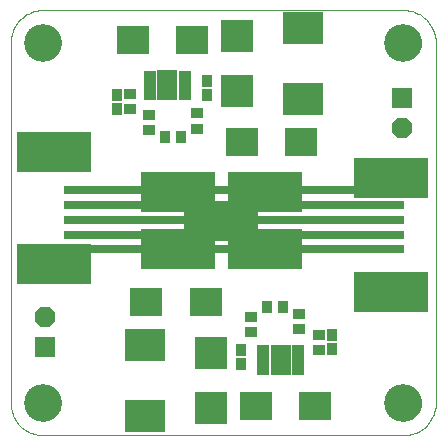
<source format=gts>
G75*
%MOIN*%
%OFA0B0*%
%FSLAX24Y24*%
%IPPOS*%
%LPD*%
%AMOC8*
5,1,8,0,0,1.08239X$1,22.5*
%
%ADD10C,0.0000*%
%ADD11C,0.1261*%
%ADD12R,0.2510X0.1378*%
%ADD13R,1.1319X0.0295*%
%ADD14R,0.0390X0.0200*%
%ADD15R,0.0690X0.1020*%
%ADD16R,0.0356X0.0434*%
%ADD17R,0.0434X0.0356*%
%ADD18R,0.1360X0.1064*%
%ADD19R,0.1080X0.1080*%
%ADD20R,0.0371X0.0444*%
%ADD21R,0.1104X0.0946*%
%ADD22R,0.0680X0.0680*%
%ADD23OC8,0.0680*%
D10*
X005626Y001648D02*
X005626Y013656D01*
X006118Y013656D02*
X006120Y013704D01*
X006126Y013752D01*
X006136Y013799D01*
X006149Y013845D01*
X006167Y013890D01*
X006187Y013934D01*
X006212Y013976D01*
X006240Y014015D01*
X006270Y014052D01*
X006304Y014086D01*
X006341Y014118D01*
X006379Y014147D01*
X006420Y014172D01*
X006463Y014194D01*
X006508Y014212D01*
X006554Y014226D01*
X006601Y014237D01*
X006649Y014244D01*
X006697Y014247D01*
X006745Y014246D01*
X006793Y014241D01*
X006841Y014232D01*
X006887Y014220D01*
X006932Y014203D01*
X006976Y014183D01*
X007018Y014160D01*
X007058Y014133D01*
X007096Y014103D01*
X007131Y014070D01*
X007163Y014034D01*
X007193Y013996D01*
X007219Y013955D01*
X007241Y013912D01*
X007261Y013868D01*
X007276Y013823D01*
X007288Y013776D01*
X007296Y013728D01*
X007300Y013680D01*
X007300Y013632D01*
X007296Y013584D01*
X007288Y013536D01*
X007276Y013489D01*
X007261Y013444D01*
X007241Y013400D01*
X007219Y013357D01*
X007193Y013316D01*
X007163Y013278D01*
X007131Y013242D01*
X007096Y013209D01*
X007058Y013179D01*
X007018Y013152D01*
X006976Y013129D01*
X006932Y013109D01*
X006887Y013092D01*
X006841Y013080D01*
X006793Y013071D01*
X006745Y013066D01*
X006697Y013065D01*
X006649Y013068D01*
X006601Y013075D01*
X006554Y013086D01*
X006508Y013100D01*
X006463Y013118D01*
X006420Y013140D01*
X006379Y013165D01*
X006341Y013194D01*
X006304Y013226D01*
X006270Y013260D01*
X006240Y013297D01*
X006212Y013336D01*
X006187Y013378D01*
X006167Y013422D01*
X006149Y013467D01*
X006136Y013513D01*
X006126Y013560D01*
X006120Y013608D01*
X006118Y013656D01*
X005626Y013656D02*
X005628Y013719D01*
X005633Y013782D01*
X005642Y013844D01*
X005655Y013906D01*
X005671Y013967D01*
X005691Y014026D01*
X005715Y014085D01*
X005741Y014142D01*
X005771Y014198D01*
X005804Y014251D01*
X005840Y014303D01*
X005879Y014352D01*
X005921Y014399D01*
X005966Y014444D01*
X006013Y014486D01*
X006062Y014525D01*
X006114Y014561D01*
X006168Y014594D01*
X006223Y014624D01*
X006280Y014650D01*
X006339Y014674D01*
X006398Y014694D01*
X006459Y014710D01*
X006521Y014723D01*
X006583Y014732D01*
X006646Y014737D01*
X006709Y014739D01*
X018716Y014739D01*
X018125Y013656D02*
X018127Y013704D01*
X018133Y013752D01*
X018143Y013799D01*
X018156Y013845D01*
X018174Y013890D01*
X018194Y013934D01*
X018219Y013976D01*
X018247Y014015D01*
X018277Y014052D01*
X018311Y014086D01*
X018348Y014118D01*
X018386Y014147D01*
X018427Y014172D01*
X018470Y014194D01*
X018515Y014212D01*
X018561Y014226D01*
X018608Y014237D01*
X018656Y014244D01*
X018704Y014247D01*
X018752Y014246D01*
X018800Y014241D01*
X018848Y014232D01*
X018894Y014220D01*
X018939Y014203D01*
X018983Y014183D01*
X019025Y014160D01*
X019065Y014133D01*
X019103Y014103D01*
X019138Y014070D01*
X019170Y014034D01*
X019200Y013996D01*
X019226Y013955D01*
X019248Y013912D01*
X019268Y013868D01*
X019283Y013823D01*
X019295Y013776D01*
X019303Y013728D01*
X019307Y013680D01*
X019307Y013632D01*
X019303Y013584D01*
X019295Y013536D01*
X019283Y013489D01*
X019268Y013444D01*
X019248Y013400D01*
X019226Y013357D01*
X019200Y013316D01*
X019170Y013278D01*
X019138Y013242D01*
X019103Y013209D01*
X019065Y013179D01*
X019025Y013152D01*
X018983Y013129D01*
X018939Y013109D01*
X018894Y013092D01*
X018848Y013080D01*
X018800Y013071D01*
X018752Y013066D01*
X018704Y013065D01*
X018656Y013068D01*
X018608Y013075D01*
X018561Y013086D01*
X018515Y013100D01*
X018470Y013118D01*
X018427Y013140D01*
X018386Y013165D01*
X018348Y013194D01*
X018311Y013226D01*
X018277Y013260D01*
X018247Y013297D01*
X018219Y013336D01*
X018194Y013378D01*
X018174Y013422D01*
X018156Y013467D01*
X018143Y013513D01*
X018133Y013560D01*
X018127Y013608D01*
X018125Y013656D01*
X018716Y014739D02*
X018779Y014737D01*
X018842Y014732D01*
X018904Y014723D01*
X018966Y014710D01*
X019027Y014694D01*
X019086Y014674D01*
X019145Y014650D01*
X019202Y014624D01*
X019258Y014594D01*
X019311Y014561D01*
X019363Y014525D01*
X019412Y014486D01*
X019459Y014444D01*
X019504Y014399D01*
X019546Y014352D01*
X019585Y014303D01*
X019621Y014251D01*
X019654Y014198D01*
X019684Y014142D01*
X019710Y014085D01*
X019734Y014026D01*
X019754Y013967D01*
X019770Y013906D01*
X019783Y013844D01*
X019792Y013782D01*
X019797Y013719D01*
X019799Y013656D01*
X019799Y001648D01*
X018125Y001648D02*
X018127Y001696D01*
X018133Y001744D01*
X018143Y001791D01*
X018156Y001837D01*
X018174Y001882D01*
X018194Y001926D01*
X018219Y001968D01*
X018247Y002007D01*
X018277Y002044D01*
X018311Y002078D01*
X018348Y002110D01*
X018386Y002139D01*
X018427Y002164D01*
X018470Y002186D01*
X018515Y002204D01*
X018561Y002218D01*
X018608Y002229D01*
X018656Y002236D01*
X018704Y002239D01*
X018752Y002238D01*
X018800Y002233D01*
X018848Y002224D01*
X018894Y002212D01*
X018939Y002195D01*
X018983Y002175D01*
X019025Y002152D01*
X019065Y002125D01*
X019103Y002095D01*
X019138Y002062D01*
X019170Y002026D01*
X019200Y001988D01*
X019226Y001947D01*
X019248Y001904D01*
X019268Y001860D01*
X019283Y001815D01*
X019295Y001768D01*
X019303Y001720D01*
X019307Y001672D01*
X019307Y001624D01*
X019303Y001576D01*
X019295Y001528D01*
X019283Y001481D01*
X019268Y001436D01*
X019248Y001392D01*
X019226Y001349D01*
X019200Y001308D01*
X019170Y001270D01*
X019138Y001234D01*
X019103Y001201D01*
X019065Y001171D01*
X019025Y001144D01*
X018983Y001121D01*
X018939Y001101D01*
X018894Y001084D01*
X018848Y001072D01*
X018800Y001063D01*
X018752Y001058D01*
X018704Y001057D01*
X018656Y001060D01*
X018608Y001067D01*
X018561Y001078D01*
X018515Y001092D01*
X018470Y001110D01*
X018427Y001132D01*
X018386Y001157D01*
X018348Y001186D01*
X018311Y001218D01*
X018277Y001252D01*
X018247Y001289D01*
X018219Y001328D01*
X018194Y001370D01*
X018174Y001414D01*
X018156Y001459D01*
X018143Y001505D01*
X018133Y001552D01*
X018127Y001600D01*
X018125Y001648D01*
X018716Y000565D02*
X018779Y000567D01*
X018842Y000572D01*
X018904Y000581D01*
X018966Y000594D01*
X019027Y000610D01*
X019086Y000630D01*
X019145Y000654D01*
X019202Y000680D01*
X019258Y000710D01*
X019311Y000743D01*
X019363Y000779D01*
X019412Y000818D01*
X019459Y000860D01*
X019504Y000905D01*
X019546Y000952D01*
X019585Y001001D01*
X019621Y001053D01*
X019654Y001107D01*
X019684Y001162D01*
X019710Y001219D01*
X019734Y001278D01*
X019754Y001337D01*
X019770Y001398D01*
X019783Y001460D01*
X019792Y001522D01*
X019797Y001585D01*
X019799Y001648D01*
X018716Y000566D02*
X006709Y000566D01*
X006118Y001648D02*
X006120Y001696D01*
X006126Y001744D01*
X006136Y001791D01*
X006149Y001837D01*
X006167Y001882D01*
X006187Y001926D01*
X006212Y001968D01*
X006240Y002007D01*
X006270Y002044D01*
X006304Y002078D01*
X006341Y002110D01*
X006379Y002139D01*
X006420Y002164D01*
X006463Y002186D01*
X006508Y002204D01*
X006554Y002218D01*
X006601Y002229D01*
X006649Y002236D01*
X006697Y002239D01*
X006745Y002238D01*
X006793Y002233D01*
X006841Y002224D01*
X006887Y002212D01*
X006932Y002195D01*
X006976Y002175D01*
X007018Y002152D01*
X007058Y002125D01*
X007096Y002095D01*
X007131Y002062D01*
X007163Y002026D01*
X007193Y001988D01*
X007219Y001947D01*
X007241Y001904D01*
X007261Y001860D01*
X007276Y001815D01*
X007288Y001768D01*
X007296Y001720D01*
X007300Y001672D01*
X007300Y001624D01*
X007296Y001576D01*
X007288Y001528D01*
X007276Y001481D01*
X007261Y001436D01*
X007241Y001392D01*
X007219Y001349D01*
X007193Y001308D01*
X007163Y001270D01*
X007131Y001234D01*
X007096Y001201D01*
X007058Y001171D01*
X007018Y001144D01*
X006976Y001121D01*
X006932Y001101D01*
X006887Y001084D01*
X006841Y001072D01*
X006793Y001063D01*
X006745Y001058D01*
X006697Y001057D01*
X006649Y001060D01*
X006601Y001067D01*
X006554Y001078D01*
X006508Y001092D01*
X006463Y001110D01*
X006420Y001132D01*
X006379Y001157D01*
X006341Y001186D01*
X006304Y001218D01*
X006270Y001252D01*
X006240Y001289D01*
X006212Y001328D01*
X006187Y001370D01*
X006167Y001414D01*
X006149Y001459D01*
X006136Y001505D01*
X006126Y001552D01*
X006120Y001600D01*
X006118Y001648D01*
X005626Y001648D02*
X005628Y001585D01*
X005633Y001522D01*
X005642Y001460D01*
X005655Y001398D01*
X005671Y001337D01*
X005691Y001278D01*
X005715Y001219D01*
X005741Y001162D01*
X005771Y001107D01*
X005804Y001053D01*
X005840Y001001D01*
X005879Y000952D01*
X005921Y000905D01*
X005966Y000860D01*
X006013Y000818D01*
X006062Y000779D01*
X006114Y000743D01*
X006167Y000710D01*
X006223Y000680D01*
X006280Y000654D01*
X006339Y000630D01*
X006398Y000610D01*
X006459Y000594D01*
X006521Y000581D01*
X006583Y000572D01*
X006646Y000567D01*
X006709Y000565D01*
D11*
X006709Y001648D03*
X018716Y001648D03*
X018716Y013656D03*
X006709Y013656D03*
D12*
X007078Y010015D03*
X011211Y008686D03*
X012639Y007702D03*
X011211Y006767D03*
X014115Y006767D03*
X014115Y008686D03*
X018298Y009129D03*
X018298Y005339D03*
X007078Y006274D03*
D13*
X013057Y006767D03*
X013057Y007259D03*
X013057Y007751D03*
X013057Y008243D03*
X013057Y008735D03*
D14*
X011422Y011839D03*
X011422Y012029D03*
X011422Y012229D03*
X011422Y012429D03*
X011422Y012619D03*
X010262Y012619D03*
X010262Y012429D03*
X010262Y012229D03*
X010262Y012029D03*
X010262Y011839D03*
X014052Y003466D03*
X014052Y003276D03*
X014052Y003076D03*
X014052Y002876D03*
X014052Y002686D03*
X015212Y002686D03*
X015212Y002876D03*
X015212Y003076D03*
X015212Y003276D03*
X015212Y003466D03*
D15*
X014632Y003076D03*
X010842Y012229D03*
D16*
X010783Y010507D03*
X011295Y010507D03*
X014179Y004847D03*
X014691Y004847D03*
D17*
X015222Y004611D03*
X015222Y004099D03*
X015911Y003922D03*
X015911Y003410D03*
X013647Y004001D03*
X013647Y004513D03*
X011827Y010792D03*
X011827Y011304D03*
X010252Y011255D03*
X010252Y010743D03*
X009612Y011432D03*
X009612Y011944D03*
D18*
X015370Y011786D03*
X015370Y014148D03*
X010104Y003568D03*
X010104Y001206D03*
D19*
X012319Y001462D03*
X012319Y003312D03*
X013155Y012042D03*
X013155Y013892D03*
D20*
X012171Y012367D03*
X012171Y011894D03*
X009169Y011924D03*
X009169Y011452D03*
X016354Y003902D03*
X016354Y003430D03*
X013303Y003410D03*
X013303Y002938D03*
D21*
X013795Y001550D03*
X015764Y001550D03*
X012122Y004995D03*
X010153Y004995D03*
X013352Y010359D03*
X015321Y010359D03*
X011679Y013755D03*
X009710Y013755D03*
D22*
X018667Y011794D03*
X006758Y003511D03*
D23*
X006758Y004511D03*
X018667Y010794D03*
M02*

</source>
